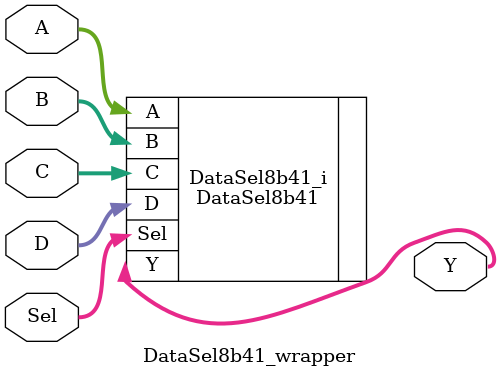
<source format=v>
`timescale 1 ps / 1 ps

module DataSel8b41_wrapper
   (A,
    B,
    C,
    D,
    Sel,
    Y);
  input [7:0]A;
  input [7:0]B;
  input [7:0]C;
  input [7:0]D;
  input [1:0]Sel;
  output [7:0]Y;

  wire [7:0]A;
  wire [7:0]B;
  wire [7:0]C;
  wire [7:0]D;
  wire [1:0]Sel;
  wire [7:0]Y;

  DataSel8b41 DataSel8b41_i
       (.A(A),
        .B(B),
        .C(C),
        .D(D),
        .Sel(Sel),
        .Y(Y));
endmodule

</source>
